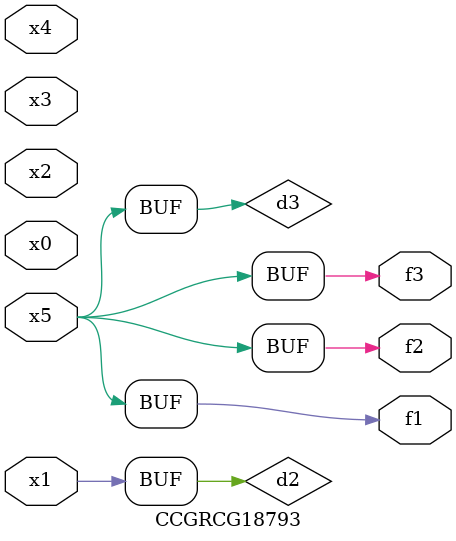
<source format=v>
module CCGRCG18793(
	input x0, x1, x2, x3, x4, x5,
	output f1, f2, f3
);

	wire d1, d2, d3;

	not (d1, x5);
	or (d2, x1);
	xnor (d3, d1);
	assign f1 = d3;
	assign f2 = d3;
	assign f3 = d3;
endmodule

</source>
